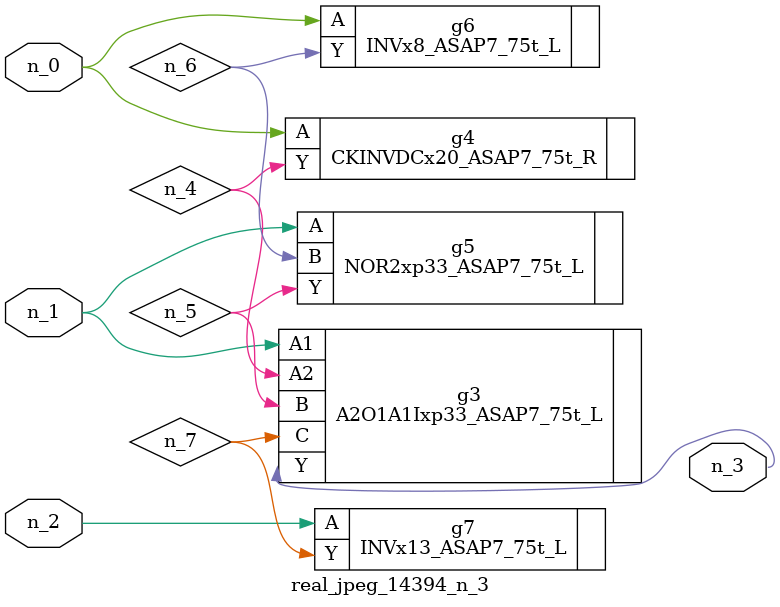
<source format=v>
module real_jpeg_14394_n_3 (n_1, n_0, n_2, n_3);

input n_1;
input n_0;
input n_2;

output n_3;

wire n_5;
wire n_4;
wire n_6;
wire n_7;

CKINVDCx20_ASAP7_75t_R g4 ( 
.A(n_0),
.Y(n_4)
);

INVx8_ASAP7_75t_L g6 ( 
.A(n_0),
.Y(n_6)
);

A2O1A1Ixp33_ASAP7_75t_L g3 ( 
.A1(n_1),
.A2(n_4),
.B(n_5),
.C(n_7),
.Y(n_3)
);

NOR2xp33_ASAP7_75t_L g5 ( 
.A(n_1),
.B(n_6),
.Y(n_5)
);

INVx13_ASAP7_75t_L g7 ( 
.A(n_2),
.Y(n_7)
);


endmodule
</source>
